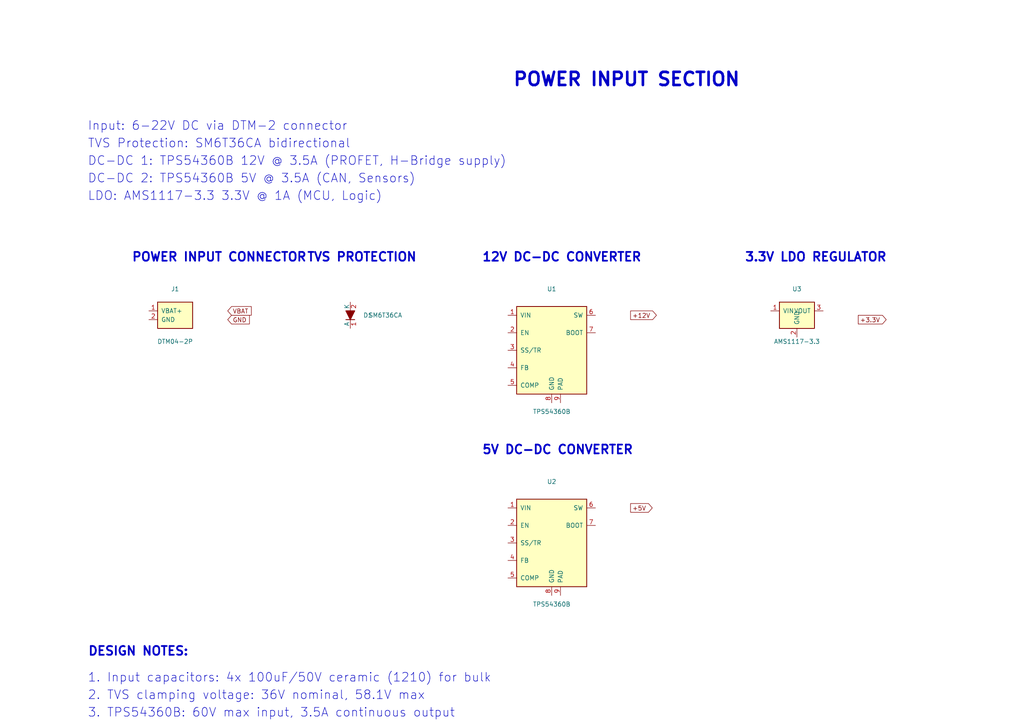
<source format=kicad_sch>
(kicad_sch (version 20231120) (generator "eeschema") (generator_version "8.0")
  (paper "A4")
  (title_block (title "PMU-30 Power Input") (date "2024-12-22") (rev "A") (company "R2 m-sport") (comment 1 "Power Input Section") (comment 2 "TPS54360B DC-DC Converters"))
  (lib_symbols
    (symbol "PMU30:DTM04-2P" (pin_names (offset 1.016))
      (property "Reference" "J" (at 0 5.08 0))
      (property "Value" "DTM04-2P" (at 0 -5.08 0))
      (symbol "DTM04-2P_0_1"
        (rectangle (start -5.08 3.81) (end 5.08 -3.81) (stroke (width 0.254)) (fill (type background)))
      )
      (symbol "DTM04-2P_1_1"
        (pin passive line (at -7.62 1.27 0) (length 2.54) (name "VBAT+") (number "1"))
        (pin passive line (at -7.62 -1.27 0) (length 2.54) (name "GND") (number "2"))
      )
    )
    (symbol "PMU30:SM6T36CA" (pin_names (offset 0))
      (property "Reference" "D" (at 0 2.54 0))
      (property "Value" "SM6T36CA" (at 0 -2.54 0))
      (symbol "SM6T36CA_0_1"
        (polyline (pts (xy -1.27 1.27) (xy -1.27 -1.27)) (stroke (width 0.254)))
        (polyline (pts (xy 1.27 1.27) (xy 1.27 -1.27)) (stroke (width 0.254)))
        (polyline (pts (xy -1.27 0) (xy 1.27 1.27) (xy 1.27 -1.27) (xy -1.27 0)) (stroke (width 0.254)) (fill (type outline)))
      )
      (symbol "SM6T36CA_1_1"
        (pin passive line (at -3.81 0 0) (length 2.54) (name "A") (number "1"))
        (pin passive line (at 3.81 0 180) (length 2.54) (name "K") (number "2"))
      )
    )
    (symbol "PMU30:TPS54360B" (pin_names (offset 1.016))
      (property "Reference" "U" (at 0 15.24 0))
      (property "Value" "TPS54360B" (at 0 -15.24 0))
      (symbol "TPS54360B_0_1"
        (rectangle (start -10.16 12.7) (end 10.16 -12.7) (stroke (width 0.254)) (fill (type background)))
      )
      (symbol "TPS54360B_1_1"
        (pin power_in line (at -12.7 10.16 0) (length 2.54) (name "VIN") (number "1"))
        (pin input line (at -12.7 5.08 0) (length 2.54) (name "EN") (number "2"))
        (pin input line (at -12.7 0 0) (length 2.54) (name "SS/TR") (number "3"))
        (pin input line (at -12.7 -5.08 0) (length 2.54) (name "FB") (number "4"))
        (pin input line (at -12.7 -10.16 0) (length 2.54) (name "COMP") (number "5"))
        (pin power_out line (at 12.7 10.16 180) (length 2.54) (name "SW") (number "6"))
        (pin power_in line (at 12.7 5.08 180) (length 2.54) (name "BOOT") (number "7"))
        (pin power_in line (at 0 -15.24 90) (length 2.54) (name "GND") (number "8"))
        (pin power_in line (at 2.54 -15.24 90) (length 2.54) (name "PAD") (number "9"))
      )
    )
    (symbol "PMU30:AMS1117-3.3" (pin_names (offset 1.016))
      (property "Reference" "U" (at 0 5.08 0))
      (property "Value" "AMS1117-3.3" (at 0 -5.08 0))
      (symbol "AMS1117-3.3_0_1"
        (rectangle (start -5.08 3.81) (end 5.08 -3.81) (stroke (width 0.254)) (fill (type background)))
      )
      (symbol "AMS1117-3.3_1_1"
        (pin power_in line (at -7.62 1.27 0) (length 2.54) (name "VIN") (number "1"))
        (pin power_in line (at 0 -6.35 90) (length 2.54) (name "GND") (number "2"))
        (pin power_out line (at 7.62 1.27 180) (length 2.54) (name "VOUT") (number "3"))
      )
    )
  )
  (text "POWER INPUT SECTION" (at 148.59 25.4 0) (effects (font (size 3.81 3.81) (bold yes)) (justify left bottom)))
  (text "Input: 6-22V DC via DTM-2 connector" (at 25.4 38.1 0) (effects (font (size 2.54 2.54)) (justify left bottom)))
  (text "TVS Protection: SM6T36CA bidirectional" (at 25.4 43.18 0) (effects (font (size 2.54 2.54)) (justify left bottom)))
  (text "DC-DC 1: TPS54360B 12V @ 3.5A (PROFET, H-Bridge supply)" (at 25.4 48.26 0) (effects (font (size 2.54 2.54)) (justify left bottom)))
  (text "DC-DC 2: TPS54360B 5V @ 3.5A (CAN, Sensors)" (at 25.4 53.34 0) (effects (font (size 2.54 2.54)) (justify left bottom)))
  (text "LDO: AMS1117-3.3 3.3V @ 1A (MCU, Logic)" (at 25.4 58.42 0) (effects (font (size 2.54 2.54)) (justify left bottom)))
  (text "POWER INPUT CONNECTOR" (at 38.1 76.2 0) (effects (font (size 2.54 2.54) (bold yes)) (justify left bottom)))
  (symbol (lib_id "PMU30:DTM04-2P") (at 50.8 91.44 0) (unit 1)
    (property "Reference" "J1" (at 50.8 83.82 0))
    (property "Value" "DTM04-2P" (at 50.8 99.06 0))
    (property "Footprint" "Connector_Deutsch:DTM04-2P" (effects (hide yes)))
  )
  (text "TVS PROTECTION" (at 88.9 76.2 0) (effects (font (size 2.54 2.54) (bold yes)) (justify left bottom)))
  (symbol (lib_id "PMU30:SM6T36CA") (at 101.6 91.44 90) (unit 1)
    (property "Reference" "D1" (at 106.68 91.44 90))
    (property "Value" "SM6T36CA" (at 111.76 91.44 90))
    (property "Footprint" "Diode_SMD:D_SMC" (effects (hide yes)))
  )
  (text "12V DC-DC CONVERTER" (at 139.7 76.2 0) (effects (font (size 2.54 2.54) (bold yes)) (justify left bottom)))
  (symbol (lib_id "PMU30:TPS54360B") (at 160.02 101.6 0) (unit 1)
    (property "Reference" "U1" (at 160.02 83.82 0))
    (property "Value" "TPS54360B" (at 160.02 119.38 0))
    (property "Footprint" "Package_SO:HTSSOP-20-1EP_4.4x6.5mm_P0.65mm_EP3.4x6.5mm" (effects (hide yes)))
    (property "Datasheet" "https://www.ti.com/lit/ds/symlink/tps54360b.pdf" (effects (hide yes)))
  )
  (text "5V DC-DC CONVERTER" (at 139.7 132.08 0) (effects (font (size 2.54 2.54) (bold yes)) (justify left bottom)))
  (symbol (lib_id "PMU30:TPS54360B") (at 160.02 157.48 0) (unit 1)
    (property "Reference" "U2" (at 160.02 139.7 0))
    (property "Value" "TPS54360B" (at 160.02 175.26 0))
    (property "Footprint" "Package_SO:HTSSOP-20-1EP_4.4x6.5mm_P0.65mm_EP3.4x6.5mm" (effects (hide yes)))
    (property "Datasheet" "https://www.ti.com/lit/ds/symlink/tps54360b.pdf" (effects (hide yes)))
  )
  (text "3.3V LDO REGULATOR" (at 215.9 76.2 0) (effects (font (size 2.54 2.54) (bold yes)) (justify left bottom)))
  (symbol (lib_id "PMU30:AMS1117-3.3") (at 231.14 91.44 0) (unit 1)
    (property "Reference" "U3" (at 231.14 83.82 0))
    (property "Value" "AMS1117-3.3" (at 231.14 99.06 0))
    (property "Footprint" "Package_TO_SOT_SMD:SOT-223-3_TabPin2" (effects (hide yes)))
  )
  (text "DESIGN NOTES:" (at 25.4 190.5 0) (effects (font (size 2.54 2.54) (bold yes)) (justify left bottom)))
  (text "1. Input capacitors: 4x 100uF/50V ceramic (1210) for bulk" (at 25.4 198.12 0) (effects (font (size 2.54 2.54)) (justify left bottom)))
  (text "2. TVS clamping voltage: 36V nominal, 58.1V max" (at 25.4 203.2 0) (effects (font (size 2.54 2.54)) (justify left bottom)))
  (text "3. TPS54360B: 60V max input, 3.5A continuous output" (at 25.4 208.28 0) (effects (font (size 2.54 2.54)) (justify left bottom)))
  (text "4. Feedback resistors: R1/R2 ratio sets output voltage" (at 25.4 213.36 0) (effects (font (size 2.54 2.54)) (justify left bottom)))
  (text "5. Boot capacitor: 100nF ceramic required" (at 25.4 218.44 0) (effects (font (size 2.54 2.54)) (justify left bottom)))
  (text "6. Soft-start capacitor: 10nF-100nF for controlled ramp" (at 25.4 223.52 0) (effects (font (size 2.54 2.54)) (justify left bottom)))
  (global_label "VBAT" (shape input) (at 66.04 90.17 0) (property "Intersheetrefs" "${INTERSHEET_REFS}" (effects (hide yes))))
  (global_label "+12V" (shape output) (at 182.88 91.44 0) (property "Intersheetrefs" "${INTERSHEET_REFS}" (effects (hide yes))))
  (global_label "+5V" (shape output) (at 182.88 147.32 0) (property "Intersheetrefs" "${INTERSHEET_REFS}" (effects (hide yes))))
  (global_label "+3.3V" (shape output) (at 248.92 92.71 0) (property "Intersheetrefs" "${INTERSHEET_REFS}" (effects (hide yes))))
  (global_label "GND" (shape input) (at 66.04 92.71 0) (property "Intersheetrefs" "${INTERSHEET_REFS}" (effects (hide yes))))
)
</source>
